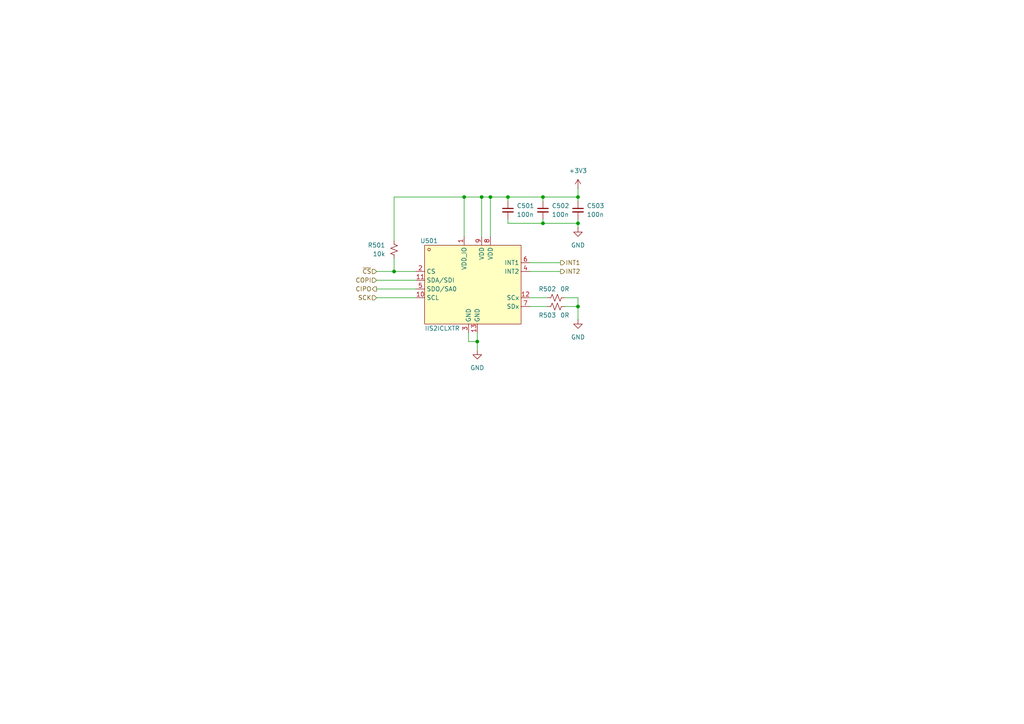
<source format=kicad_sch>
(kicad_sch (version 20231120) (generator "eeschema") (generator_version "8.0")
  (paper "A4")
  (lib_symbols
    (symbol "Device:C_Small" (pin_numbers hide) (pin_names (offset 0.254) hide)
      (property "Reference" "C" (at 0.254 1.778 0))
      (property "Value" "C_Small" (at 0.254 -2.032 0))
      (symbol "C_Small_0_1"
        (polyline (pts (xy -1.524 -0.508) (xy 1.524 -0.508)) (stroke (width 0.3302)))
        (polyline (pts (xy -1.524 0.508) (xy 1.524 0.508)) (stroke (width 0.3048)))
      )
      (symbol "C_Small_1_1"
        (pin passive line (at 0 2.54 270) (length 2.032) (name "~") (number "1"))
        (pin passive line (at 0 -2.54 90) (length 2.032) (name "~") (number "2"))
      )
    )
    (symbol "Device:R_Small_US" (pin_numbers hide) (pin_names (offset 0.254) hide)
      (property "Reference" "R" (at 0.762 0.508 0))
      (property "Value" "R_Small_US" (at 0.762 -1.016 0))
      (symbol "R_Small_US_1_1"
        (polyline (pts (xy 0 0) (xy 1.016 -0.381) (xy 0 -0.762) (xy -1.016 -1.143) (xy 0 -1.524)))
        (polyline (pts (xy 0 1.524) (xy 1.016 1.143) (xy 0 0.762) (xy -1.016 0.381) (xy 0 0)))
        (pin passive line (at 0 2.54 270) (length 1.016) (name "~") (number "1"))
        (pin passive line (at 0 -2.54 90) (length 1.016) (name "~") (number "2"))
      )
    )
    (symbol "easyeda2kicad:IIS2ICLXTR"
      (property "Reference" "U" (at -13.208 12.954 0))
      (property "Value" "IIS2ICLXTR" (at -9.144 -13.208 0))
      (symbol "IIS2ICLXTR_0_1"
        (rectangle (start -13.97 11.43) (end 13.97 -11.43) (fill (type background)))
        (circle (center -12.7 10.16) (radius 0.38))
        (pin power_in line (at -2.54 13.97 270) (length 2.54) (name "VDD_IO") (number "1"))
        (pin input line (at -16.51 -3.81 0) (length 2.54) (name "SCL") (number "10"))
        (pin input line (at -16.51 1.27 0) (length 2.54) (name "SDA/SDI") (number "11"))
        (pin output line (at 16.51 -3.81 180) (length 2.54) (name "SCx") (number "12"))
        (pin power_in line (at 1.27 -13.97 90) (length 2.54) (name "GND") (number "13"))
        (pin input line (at -16.51 3.81 0) (length 2.54) (name "CS") (number "2"))
        (pin power_in line (at -1.27 -13.97 90) (length 2.54) (name "GND") (number "3"))
        (pin output line (at 16.51 3.81 180) (length 2.54) (name "INT2") (number "4"))
        (pin output line (at -16.51 -1.27 0) (length 2.54) (name "SDO/SA0") (number "5"))
        (pin output line (at 16.51 6.35 180) (length 2.54) (name "INT1") (number "6"))
        (pin bidirectional line (at 16.51 -6.35 180) (length 2.54) (name "SDx") (number "7"))
        (pin power_in line (at 5.08 13.97 270) (length 2.54) (name "VDD") (number "8"))
        (pin power_in line (at 2.54 13.97 270) (length 2.54) (name "VDD") (number "9"))
      )
      (symbol "IIS2ICLXTR_1_1"
        (pin no_connect line (at 3.81 -13.97 90) (length 2.54) hide (name "NC") (number "14"))
        (pin no_connect line (at 6.35 -13.97 90) (length 2.54) hide (name "NC") (number "15"))
        (pin no_connect line (at 8.89 -13.97 90) (length 2.54) hide (name "NC") (number "16"))
      )
    )
    (symbol "power:+3V3" (power) (pin_numbers hide) (pin_names (offset 0) hide)
      (property "Value" "+3V3" (at 0 3.556 0))
      (symbol "+3V3_0_1"
        (polyline (pts (xy -0.762 1.27) (xy 0 2.54)))
        (polyline (pts (xy 0 0) (xy 0 2.54)))
        (polyline (pts (xy 0 2.54) (xy 0.762 1.27)))
      )
      (symbol "+3V3_1_1"
        (pin power_in line (at 0 0 90) (length 0) (name "~") (number "1"))
      )
    )
    (symbol "power:GND" (power) (pin_numbers hide) (pin_names (offset 0) hide)
      (property "Value" "GND" (at 0 -3.81 0))
      (symbol "GND_0_1"
        (polyline (pts (xy 0 0) (xy 0 -1.27) (xy 1.27 -1.27) (xy 0 -2.54) (xy -1.27 -1.27) (xy 0 -1.27)))
      )
      (symbol "GND_1_1"
        (pin power_in line (at 0 0 270) (length 0) (name "~") (number "1"))
      )
    )
  )
  (junction (at 147.32 57.15))
  (junction (at 167.64 64.77))
  (junction (at 134.62 57.15))
  (junction (at 157.48 64.77))
  (junction (at 142.24 57.15))
  (junction (at 167.64 57.15))
  (junction (at 114.3 78.74))
  (junction (at 138.43 99.06))
  (junction (at 139.7 57.15))
  (junction (at 167.64 88.9))
  (junction (at 157.48 57.15))
  (wire (pts (xy 142.24 57.15) (xy 147.32 57.15)))
  (wire (pts (xy 163.83 88.9) (xy 167.64 88.9)))
  (wire (pts (xy 139.7 57.15) (xy 134.62 57.15)))
  (wire (pts (xy 153.67 78.74) (xy 162.56 78.74)))
  (wire (pts (xy 157.48 57.15) (xy 147.32 57.15)))
  (wire (pts (xy 147.32 63.5) (xy 147.32 64.77)))
  (wire (pts (xy 114.3 78.74) (xy 120.65 78.74)))
  (wire (pts (xy 157.48 63.5) (xy 157.48 64.77)))
  (wire (pts (xy 163.83 86.36) (xy 167.64 86.36)))
  (wire (pts (xy 147.32 64.77) (xy 157.48 64.77)))
  (wire (pts (xy 167.64 63.5) (xy 167.64 64.77)))
  (wire (pts (xy 138.43 96.52) (xy 138.43 99.06)))
  (wire (pts (xy 114.3 69.85) (xy 114.3 57.15)))
  (wire (pts (xy 167.64 54.61) (xy 167.64 57.15)))
  (wire (pts (xy 109.22 86.36) (xy 120.65 86.36)))
  (wire (pts (xy 109.22 78.74) (xy 114.3 78.74)))
  (wire (pts (xy 142.24 57.15) (xy 142.24 68.58)))
  (wire (pts (xy 167.64 86.36) (xy 167.64 88.9)))
  (wire (pts (xy 167.64 57.15) (xy 167.64 58.42)))
  (wire (pts (xy 157.48 57.15) (xy 157.48 58.42)))
  (wire (pts (xy 134.62 57.15) (xy 134.62 68.58)))
  (wire (pts (xy 153.67 76.2) (xy 162.56 76.2)))
  (wire (pts (xy 147.32 57.15) (xy 147.32 58.42)))
  (wire (pts (xy 167.64 64.77) (xy 167.64 66.04)))
  (wire (pts (xy 114.3 57.15) (xy 134.62 57.15)))
  (wire (pts (xy 157.48 64.77) (xy 167.64 64.77)))
  (wire (pts (xy 135.89 99.06) (xy 138.43 99.06)))
  (wire (pts (xy 153.67 88.9) (xy 158.75 88.9)))
  (wire (pts (xy 157.48 57.15) (xy 167.64 57.15)))
  (wire (pts (xy 167.64 88.9) (xy 167.64 92.71)))
  (wire (pts (xy 138.43 99.06) (xy 138.43 101.6)))
  (wire (pts (xy 139.7 57.15) (xy 139.7 68.58)))
  (wire (pts (xy 139.7 57.15) (xy 142.24 57.15)))
  (wire (pts (xy 153.67 86.36) (xy 158.75 86.36)))
  (wire (pts (xy 114.3 78.74) (xy 114.3 74.93)))
  (wire (pts (xy 109.22 81.28) (xy 120.65 81.28)))
  (wire (pts (xy 135.89 96.52) (xy 135.89 99.06)))
  (wire (pts (xy 109.22 83.82) (xy 120.65 83.82)))
  (hierarchical_label "INT2" (shape output) (at 162.56 78.74 0))
  (hierarchical_label "COPI" (shape input) (at 109.22 81.28 180))
  (hierarchical_label "CIPO" (shape output) (at 109.22 83.82 180))
  (hierarchical_label "~{CS}" (shape input) (at 109.22 78.74 180))
  (hierarchical_label "SCK" (shape input) (at 109.22 86.36 180))
  (hierarchical_label "INT1" (shape output) (at 162.56 76.2 0))
  (symbol (lib_id "Device:C_Small") (at 147.32 60.96 0) (unit 1)
    (property "Reference" "C501" (at 149.86 59.6962 0) (effects (justify left)))
    (property "Value" "100n" (at 149.86 62.2362 0) (effects (justify left)))
    (property "Footprint" "Capacitor_SMD:C_0402_1005Metric" (effects (hide yes)))
    (property "Description" "Unpolarized capacitor, small symbol" (effects (hide yes)))
    (property "LCSC ID" "C1525" (effects (hide yes)))
  )
  (symbol (lib_id "power:GND") (at 167.64 92.71 0) (unit 1)
    (property "Reference" "#PWR0503" (effects (hide yes)))
    (property "Value" "GND" (at 167.64 97.79 0))
    (property "Description" "Power symbol creates a global label with name \"GND\" , ground" (effects (hide yes)))
  )
  (symbol (lib_id "power:GND") (at 138.43 101.6 0) (unit 1)
    (property "Reference" "#PWR0504" (effects (hide yes)))
    (property "Value" "GND" (at 138.43 106.68 0))
    (property "Description" "Power symbol creates a global label with name \"GND\" , ground" (effects (hide yes)))
  )
  (symbol (lib_id "Device:R_Small_US") (at 114.3 72.39 0) (unit 1)
    (property "Reference" "R501" (at 111.76 71.1199 0) (effects (justify right)))
    (property "Value" "10k" (at 111.76 73.6599 0) (effects (justify right)))
    (property "Footprint" "Resistor_SMD:R_0402_1005Metric" (effects (hide yes)))
    (property "Description" "Resistor, small US symbol" (effects (hide yes)))
    (property "LCSC ID" "C25744" (effects (hide yes)))
  )
  (symbol (lib_id "Device:R_Small_US") (at 161.29 88.9 90) (unit 1)
    (property "Reference" "R503" (at 158.75 91.44 90))
    (property "Value" "0R" (at 163.83 91.44 90))
    (property "Footprint" "Resistor_SMD:R_0402_1005Metric" (effects (hide yes)))
    (property "Description" "Resistor, small US symbol" (effects (hide yes)))
    (property "LCSC ID" "C17168" (effects (hide yes)))
  )
  (symbol (lib_id "Device:C_Small") (at 167.64 60.96 0) (unit 1)
    (property "Reference" "C503" (at 170.18 59.6962 0) (effects (justify left)))
    (property "Value" "100n" (at 170.18 62.2362 0) (effects (justify left)))
    (property "Footprint" "Capacitor_SMD:C_0402_1005Metric" (effects (hide yes)))
    (property "Description" "Unpolarized capacitor, small symbol" (effects (hide yes)))
    (property "LCSC ID" "C1525" (effects (hide yes)))
  )
  (symbol (lib_id "power:GND") (at 167.64 66.04 0) (unit 1)
    (property "Reference" "#PWR0502" (effects (hide yes)))
    (property "Value" "GND" (at 167.64 71.12 0))
    (property "Description" "Power symbol creates a global label with name \"GND\" , ground" (effects (hide yes)))
  )
  (symbol (lib_id "power:+3V3") (at 167.64 54.61 0) (unit 1)
    (property "Reference" "#PWR0501" (effects (hide yes)))
    (property "Value" "+3V3" (at 167.64 49.53 0))
    (property "Description" "Power symbol creates a global label with name \"+3V3\"" (effects (hide yes)))
  )
  (symbol (lib_id "easyeda2kicad:IIS2ICLXTR") (at 137.16 82.55 0) (unit 1)
    (property "Reference" "U501" (at 124.46 69.85 0))
    (property "Value" "IIS2ICLXTR" (at 128.27 95.25 0))
    (property "Footprint" "matei:LGA16-L" (effects (hide yes)))
    (property "LCSC ID" "C1857737" (effects (hide yes)))
  )
  (symbol (lib_id "Device:R_Small_US") (at 161.29 86.36 90) (unit 1)
    (property "Reference" "R502" (at 158.75 83.82 90))
    (property "Value" "0R" (at 163.83 83.82 90))
    (property "Footprint" "Resistor_SMD:R_0402_1005Metric" (effects (hide yes)))
    (property "Description" "Resistor, small US symbol" (effects (hide yes)))
    (property "LCSC ID" "C17168" (effects (hide yes)))
  )
  (symbol (lib_id "Device:C_Small") (at 157.48 60.96 0) (unit 1)
    (property "Reference" "C502" (at 160.02 59.6962 0) (effects (justify left)))
    (property "Value" "100n" (at 160.02 62.2362 0) (effects (justify left)))
    (property "Footprint" "Capacitor_SMD:C_0402_1005Metric" (effects (hide yes)))
    (property "Description" "Unpolarized capacitor, small symbol" (effects (hide yes)))
    (property "LCSC ID" "C1525" (effects (hide yes)))
  )
)
</source>
